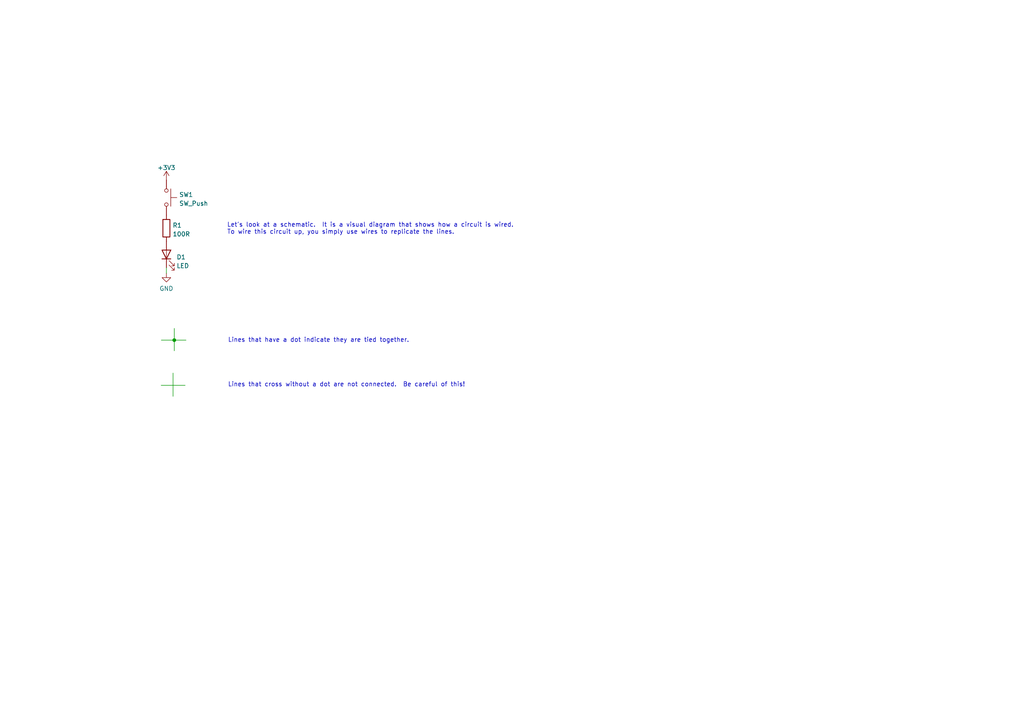
<source format=kicad_sch>
(kicad_sch (version 20211123) (generator eeschema)
  (paper "A4")
  (lib_symbols
    (symbol "Device:LED" (pin_numbers hide) (pin_names (offset 1.016) hide)
      (property "Reference" "D" (at 0 2.54 0))
      (property "Value" "LED" (at 0 -2.54 0))
      (symbol "LED_0_1"
        (polyline (pts (xy -1.27 -1.27) (xy -1.27 1.27)) (stroke (width 0.254)))
        (polyline (pts (xy -1.27 0) (xy 1.27 0)))
        (polyline (pts (xy 1.27 -1.27) (xy 1.27 1.27) (xy -1.27 0) (xy 1.27 -1.27)) (stroke (width 0.254)))
        (polyline (pts (xy -3.048 -0.762) (xy -4.572 -2.286) (xy -3.81 -2.286) (xy -4.572 -2.286) (xy -4.572 -1.524)))
        (polyline (pts (xy -1.778 -0.762) (xy -3.302 -2.286) (xy -2.54 -2.286) (xy -3.302 -2.286) (xy -3.302 -1.524)))
      )
      (symbol "LED_1_1"
        (pin passive line (at -3.81 0 0) (length 2.54) (name "K") (number "1"))
        (pin passive line (at 3.81 0 180) (length 2.54) (name "A") (number "2"))
      )
    )
    (symbol "Device:R" (pin_numbers hide) (pin_names (offset 0))
      (property "Reference" "R" (at 2.032 0 90))
      (property "Value" "R" (at 0 0 90))
      (symbol "R_0_1"
        (rectangle (start -1.016 -2.54) (end 1.016 2.54) (stroke (width 0.254)))
      )
      (symbol "R_1_1"
        (pin passive line (at 0 3.81 270) (length 1.27) (name "~") (number "1"))
        (pin passive line (at 0 -3.81 90) (length 1.27) (name "~") (number "2"))
      )
    )
    (symbol "Switch:SW_Push" (pin_numbers hide) (pin_names (offset 1.016) hide)
      (property "Reference" "SW" (at 1.27 2.54 0))
      (property "Value" "SW_Push" (at 0 -1.524 0))
      (symbol "SW_Push_0_1"
        (circle (center -2.032 0) (radius 0.508))
        (polyline (pts (xy 0 1.27) (xy 0 3.048)))
        (polyline (pts (xy 2.54 1.27) (xy -2.54 1.27)))
        (circle (center 2.032 0) (radius 0.508))
        (pin passive line (at -5.08 0 0) (length 2.54) (name "1") (number "1"))
        (pin passive line (at 5.08 0 180) (length 2.54) (name "2") (number "2"))
      )
    )
    (symbol "power:+3V3" (power) (pin_names (offset 0))
      (property "Value" "+3V3" (at 0 3.556 0))
      (symbol "+3V3_0_1"
        (polyline (pts (xy -0.762 1.27) (xy 0 2.54)))
        (polyline (pts (xy 0 0) (xy 0 2.54)))
        (polyline (pts (xy 0 2.54) (xy 0.762 1.27)))
      )
      (symbol "+3V3_1_1"
        (pin power_in line (at 0 0 90) (length 0) hide (name "+3V3") (number "1"))
      )
    )
    (symbol "power:GND" (power) (pin_names (offset 0))
      (property "Value" "GND" (at 0 -3.81 0))
      (symbol "GND_0_1"
        (polyline (pts (xy 0 0) (xy 0 -1.27) (xy 1.27 -1.27) (xy 0 -2.54) (xy -1.27 -1.27) (xy 0 -1.27)))
      )
      (symbol "GND_1_1"
        (pin power_in line (at 0 0 270) (length 0) hide (name "GND") (number "1"))
      )
    )
  )
  (junction (at 50.546 98.6536))
  (wire (pts (xy 50.546 98.6536) (xy 53.9496 98.6536)))
  (wire (pts (xy 50.1904 108.204) (xy 50.1904 114.9604)))
  (wire (pts (xy 46.736 111.76) (xy 53.6956 111.76)))
  (wire (pts (xy 46.7868 98.6536) (xy 50.546 98.6536)))
  (wire (pts (xy 50.546 95.25) (xy 50.546 98.6536)))
  (wire (pts (xy 48.26 77.6224) (xy 48.26 79.248)))
  (wire (pts (xy 50.546 98.6536) (xy 50.546 101.7524)))
  (text "Let's look at a schematic.  It is a visual diagram that shows how a circuit is wired.\nTo wire this circuit up, you simply use wires to replicate the lines." (at 65.8368 68.1228 0) (effects (font (size 1.27 1.27)) (justify left bottom)))
  (text "Lines that have a dot indicate they are tied together." (at 66.0908 99.4664 0) (effects (font (size 1.27 1.27)) (justify left bottom)))
  (text "Lines that cross without a dot are not connected.  Be careful of this!" (at 66.0908 112.3696 0) (effects (font (size 1.27 1.27)) (justify left bottom)))
  (symbol (lib_id "power:+3V3") (at 48.26 52.2224 0) (unit 1)
    (property "Reference" "#PWR?" (effects hide))
    (property "Value" "+3V3" (at 48.26 48.6466 0))
  )
  (symbol (lib_id "Switch:SW_Push") (at 48.26 57.3024 270) (unit 1)
    (property "Reference" "SW1" (at 51.943 56.4677 90) (effects (justify left)))
    (property "Value" "SW_Push" (at 51.943 59.0046 90) (effects (justify left)))
  )
  (symbol (lib_id "Device:R") (at 48.26 66.1924 0) (unit 1)
    (property "Reference" "R1" (at 50.038 65.3577 0) (effects (justify left)))
    (property "Value" "100R" (at 50.038 67.8946 0) (effects (justify left)))
  )
  (symbol (lib_id "Device:LED") (at 48.26 73.8124 90) (unit 1)
    (property "Reference" "D1" (at 51.181 74.5652 90) (effects (justify right)))
    (property "Value" "LED" (at 51.181 77.1021 90) (effects (justify right)))
  )
  (symbol (lib_id "power:GND") (at 48.26 79.248 0) (unit 1)
    (property "Reference" "#PWR?" (effects hide))
    (property "Value" "GND" (at 48.26 83.6914 0))
  )
)
</source>
